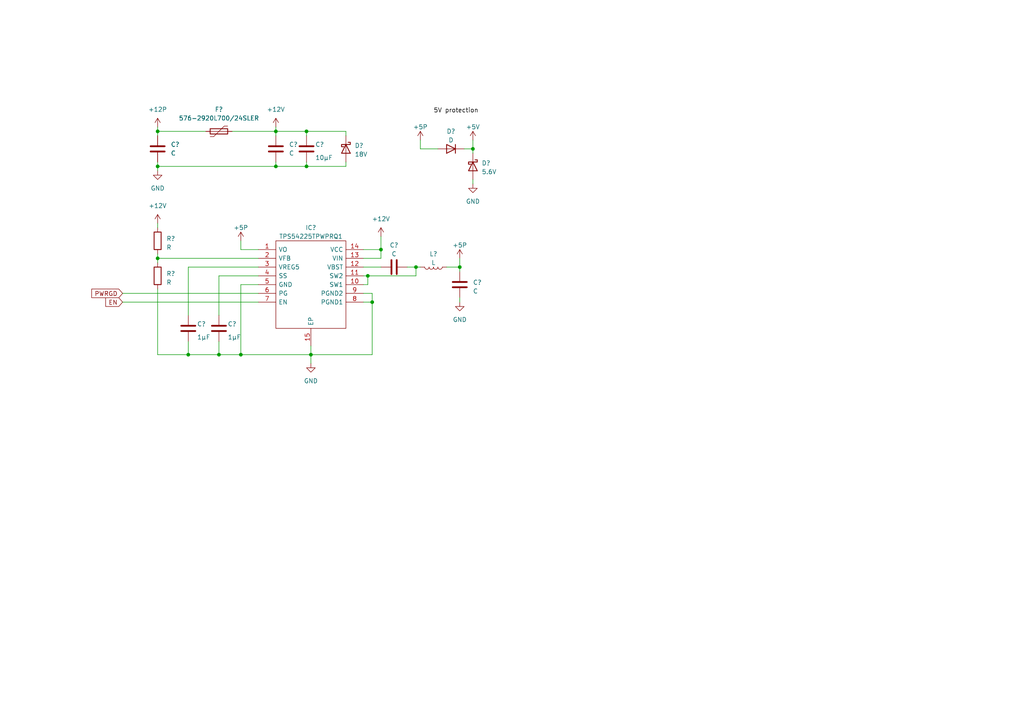
<source format=kicad_sch>
(kicad_sch (version 20220103) (generator eeschema)
  (paper "A4")
  (lib_symbols
    (symbol "Device:C" (pin_numbers hide) (pin_names (offset 0.254))
      (property "Reference" "C" (at 0.635 2.54 0))
      (property "Value" "C" (at 0.635 -2.54 0))
      (symbol "C_0_1"
        (polyline (pts (xy -2.032 -0.762) (xy 2.032 -0.762)) (stroke (width 0.508)))
        (polyline (pts (xy -2.032 0.762) (xy 2.032 0.762)) (stroke (width 0.508)))
      )
      (symbol "C_1_1"
        (pin passive line (at 0 3.81 270) (length 2.794) (name "~") (number "1"))
        (pin passive line (at 0 -3.81 90) (length 2.794) (name "~") (number "2"))
      )
    )
    (symbol "Device:D" (pin_numbers hide) (pin_names (offset 1.016) hide)
      (property "Reference" "D" (at 0 2.54 0))
      (property "Value" "D" (at 0 -2.54 0))
      (symbol "D_0_1"
        (polyline (pts (xy -1.27 1.27) (xy -1.27 -1.27)) (stroke (width 0.254)))
        (polyline (pts (xy 1.27 0) (xy -1.27 0)))
        (polyline (pts (xy 1.27 1.27) (xy 1.27 -1.27) (xy -1.27 0) (xy 1.27 1.27)) (stroke (width 0.254)))
      )
      (symbol "D_1_1"
        (pin passive line (at -3.81 0 0) (length 2.54) (name "K") (number "1"))
        (pin passive line (at 3.81 0 180) (length 2.54) (name "A") (number "2"))
      )
    )
    (symbol "Device:D_Schottky" (pin_numbers hide) (pin_names (offset 1.016) hide)
      (property "Reference" "D" (at 0 2.54 0))
      (property "Value" "D_Schottky" (at 0 -2.54 0))
      (symbol "D_Schottky_0_1"
        (polyline (pts (xy 1.27 0) (xy -1.27 0)))
        (polyline (pts (xy 1.27 1.27) (xy 1.27 -1.27) (xy -1.27 0) (xy 1.27 1.27)) (stroke (width 0.254)))
        (polyline (pts (xy -1.905 0.635) (xy -1.905 1.27) (xy -1.27 1.27) (xy -1.27 -1.27) (xy -0.635 -1.27) (xy -0.635 -0.635)) (stroke (width 0.254)))
      )
      (symbol "D_Schottky_1_1"
        (pin passive line (at -3.81 0 0) (length 2.54) (name "K") (number "1"))
        (pin passive line (at 3.81 0 180) (length 2.54) (name "A") (number "2"))
      )
    )
    (symbol "Device:L" (pin_numbers hide) (pin_names (offset 1.016) hide)
      (property "Reference" "L" (at -1.27 0 90))
      (property "Value" "L" (at 1.905 0 90))
      (symbol "L_0_1"
        (arc (start 0 -2.54) (mid 0.635 -1.905) (end 0 -1.27))
        (arc (start 0 -1.27) (mid 0.635 -0.635) (end 0 0))
        (arc (start 0 0) (mid 0.635 0.635) (end 0 1.27))
        (arc (start 0 1.27) (mid 0.635 1.905) (end 0 2.54))
      )
      (symbol "L_1_1"
        (pin passive line (at 0 3.81 270) (length 1.27) (name "1") (number "1"))
        (pin passive line (at 0 -3.81 90) (length 1.27) (name "2") (number "2"))
      )
    )
    (symbol "Device:Polyfuse" (pin_numbers hide) (pin_names (offset 0))
      (property "Reference" "F" (at -2.54 0 90))
      (property "Value" "Polyfuse" (at 2.54 0 90))
      (symbol "Polyfuse_0_1"
        (rectangle (start -0.762 2.54) (end 0.762 -2.54) (stroke (width 0.254)))
        (polyline (pts (xy 0 2.54) (xy 0 -2.54)))
        (polyline (pts (xy -1.524 2.54) (xy -1.524 1.524) (xy 1.524 -1.524) (xy 1.524 -2.54)))
      )
      (symbol "Polyfuse_1_1"
        (pin passive line (at 0 3.81 270) (length 1.27) (name "~") (number "1"))
        (pin passive line (at 0 -3.81 90) (length 1.27) (name "~") (number "2"))
      )
    )
    (symbol "Device:R" (pin_numbers hide) (pin_names (offset 0))
      (property "Reference" "R" (at 2.032 0 90))
      (property "Value" "R" (at 0 0 90))
      (symbol "R_0_1"
        (rectangle (start -1.016 -2.54) (end 1.016 2.54) (stroke (width 0.254)))
      )
      (symbol "R_1_1"
        (pin passive line (at 0 3.81 270) (length 1.27) (name "~") (number "1"))
        (pin passive line (at 0 -3.81 90) (length 1.27) (name "~") (number "2"))
      )
    )
    (symbol "TPS54225TPWPRQ1:TPS54225TPWPRQ1" (pin_names (offset 0.762))
      (property "Reference" "IC" (at 26.67 7.62 0))
      (property "Value" "TPS54225TPWPRQ1" (at 26.67 5.08 0))
      (symbol "TPS54225TPWPRQ1_0_0"
        (pin passive line (at 0 0 0) (length 5.08) (name "VO") (number "1"))
        (pin passive line (at 30.48 -10.16 180) (length 5.08) (name "SW1") (number "10"))
        (pin passive line (at 30.48 -7.62 180) (length 5.08) (name "SW2") (number "11"))
        (pin passive line (at 30.48 -5.08 180) (length 5.08) (name "VBST") (number "12"))
        (pin passive line (at 30.48 -2.54 180) (length 5.08) (name "VIN") (number "13"))
        (pin passive line (at 30.48 0 180) (length 5.08) (name "VCC") (number "14"))
        (pin passive line (at 15.24 -27.94 90) (length 5.08) (name "EP") (number "15"))
        (pin passive line (at 0 -2.54 0) (length 5.08) (name "VFB") (number "2"))
        (pin passive line (at 0 -5.08 0) (length 5.08) (name "VREG5") (number "3"))
        (pin passive line (at 0 -7.62 0) (length 5.08) (name "SS") (number "4"))
        (pin passive line (at 0 -10.16 0) (length 5.08) (name "GND") (number "5"))
        (pin passive line (at 0 -12.7 0) (length 5.08) (name "PG") (number "6"))
        (pin passive line (at 0 -15.24 0) (length 5.08) (name "EN") (number "7"))
        (pin passive line (at 30.48 -15.24 180) (length 5.08) (name "PGND1") (number "8"))
        (pin passive line (at 30.48 -12.7 180) (length 5.08) (name "PGND2") (number "9"))
      )
      (symbol "TPS54225TPWPRQ1_0_1"
        (polyline (pts (xy 5.08 2.54) (xy 25.4 2.54) (xy 25.4 -22.86) (xy 5.08 -22.86) (xy 5.08 2.54)) (stroke (width 0.1524)))
      )
    )
    (symbol "power:+12P" (power) (pin_names (offset 0))
      (property "Value" "+12P" (at 0 3.556 0))
      (symbol "+12P_0_1"
        (polyline (pts (xy -0.762 1.27) (xy 0 2.54)))
        (polyline (pts (xy 0 0) (xy 0 2.54)))
        (polyline (pts (xy 0 2.54) (xy 0.762 1.27)))
      )
      (symbol "+12P_1_1"
        (pin power_in line (at 0 0 90) (length 0) hide (name "+12P") (number "1"))
      )
    )
    (symbol "power:+12V" (power) (pin_names (offset 0))
      (property "Value" "+12V" (at 0 3.556 0))
      (symbol "+12V_0_1"
        (polyline (pts (xy -0.762 1.27) (xy 0 2.54)))
        (polyline (pts (xy 0 0) (xy 0 2.54)))
        (polyline (pts (xy 0 2.54) (xy 0.762 1.27)))
      )
      (symbol "+12V_1_1"
        (pin power_in line (at 0 0 90) (length 0) hide (name "+12V") (number "1"))
      )
    )
    (symbol "power:+5P" (power) (pin_names (offset 0))
      (property "Value" "+5P" (at 0 3.556 0))
      (symbol "+5P_0_1"
        (polyline (pts (xy -0.762 1.27) (xy 0 2.54)))
        (polyline (pts (xy 0 0) (xy 0 2.54)))
        (polyline (pts (xy 0 2.54) (xy 0.762 1.27)))
      )
      (symbol "+5P_1_1"
        (pin power_in line (at 0 0 90) (length 0) hide (name "+5P") (number "1"))
      )
    )
    (symbol "power:+5V" (power) (pin_names (offset 0))
      (property "Value" "+5V" (at 0 3.556 0))
      (symbol "+5V_0_1"
        (polyline (pts (xy -0.762 1.27) (xy 0 2.54)))
        (polyline (pts (xy 0 0) (xy 0 2.54)))
        (polyline (pts (xy 0 2.54) (xy 0.762 1.27)))
      )
      (symbol "+5V_1_1"
        (pin power_in line (at 0 0 90) (length 0) hide (name "+5V") (number "1"))
      )
    )
    (symbol "power:GND" (power) (pin_names (offset 0))
      (property "Value" "GND" (at 0 -3.81 0))
      (symbol "GND_0_1"
        (polyline (pts (xy 0 0) (xy 0 -1.27) (xy 1.27 -1.27) (xy 0 -2.54) (xy -1.27 -1.27) (xy 0 -1.27)))
      )
      (symbol "GND_1_1"
        (pin power_in line (at 0 0 270) (length 0) hide (name "GND") (number "1"))
      )
    )
  )
  (junction (at 54.61 102.87))
  (junction (at 69.85 102.87))
  (junction (at 110.49 72.39))
  (junction (at 63.5 102.87))
  (junction (at 133.35 77.47))
  (junction (at 88.9 38.1))
  (junction (at 120.65 77.47))
  (junction (at 90.17 102.87))
  (junction (at 137.16 43.18))
  (junction (at 88.9 48.26))
  (junction (at 80.01 38.1))
  (junction (at 80.01 48.26))
  (junction (at 45.72 48.26))
  (junction (at 45.72 74.93))
  (junction (at 106.68 80.01))
  (junction (at 45.72 38.1))
  (junction (at 107.95 87.63))
  (wire (pts (xy 120.65 77.47) (xy 118.11 77.47)))
  (wire (pts (xy 88.9 39.37) (xy 88.9 38.1)))
  (wire (pts (xy 105.41 85.09) (xy 107.95 85.09)))
  (wire (pts (xy 137.16 52.07) (xy 137.16 53.34)))
  (wire (pts (xy 35.56 87.63) (xy 74.93 87.63)))
  (wire (pts (xy 100.33 46.99) (xy 100.33 48.26)))
  (wire (pts (xy 137.16 43.18) (xy 134.62 43.18)))
  (wire (pts (xy 105.41 87.63) (xy 107.95 87.63)))
  (wire (pts (xy 74.93 82.55) (xy 69.85 82.55)))
  (wire (pts (xy 90.17 102.87) (xy 90.17 105.41)))
  (wire (pts (xy 69.85 82.55) (xy 69.85 102.87)))
  (wire (pts (xy 45.72 38.1) (xy 59.69 38.1)))
  (wire (pts (xy 105.41 80.01) (xy 106.68 80.01)))
  (wire (pts (xy 137.16 43.18) (xy 137.16 44.45)))
  (wire (pts (xy 88.9 48.26) (xy 80.01 48.26)))
  (wire (pts (xy 45.72 83.82) (xy 45.72 102.87)))
  (wire (pts (xy 45.72 36.83) (xy 45.72 38.1)))
  (wire (pts (xy 121.92 43.18) (xy 127 43.18)))
  (wire (pts (xy 45.72 73.66) (xy 45.72 74.93)))
  (wire (pts (xy 54.61 99.06) (xy 54.61 102.87)))
  (wire (pts (xy 105.41 77.47) (xy 110.49 77.47)))
  (wire (pts (xy 80.01 36.83) (xy 80.01 38.1)))
  (wire (pts (xy 90.17 102.87) (xy 90.17 100.33)))
  (wire (pts (xy 69.85 102.87) (xy 90.17 102.87)))
  (wire (pts (xy 63.5 102.87) (xy 69.85 102.87)))
  (wire (pts (xy 80.01 38.1) (xy 67.31 38.1)))
  (wire (pts (xy 137.16 40.64) (xy 137.16 43.18)))
  (wire (pts (xy 106.68 80.01) (xy 120.65 80.01)))
  (wire (pts (xy 129.54 77.47) (xy 133.35 77.47)))
  (wire (pts (xy 74.93 77.47) (xy 54.61 77.47)))
  (wire (pts (xy 88.9 46.99) (xy 88.9 48.26)))
  (wire (pts (xy 133.35 77.47) (xy 133.35 74.93)))
  (wire (pts (xy 45.72 102.87) (xy 54.61 102.87)))
  (wire (pts (xy 45.72 74.93) (xy 74.93 74.93)))
  (wire (pts (xy 106.68 82.55) (xy 106.68 80.01)))
  (wire (pts (xy 54.61 102.87) (xy 63.5 102.87)))
  (wire (pts (xy 120.65 80.01) (xy 120.65 77.47)))
  (wire (pts (xy 45.72 64.77) (xy 45.72 66.04)))
  (wire (pts (xy 45.72 48.26) (xy 80.01 48.26)))
  (wire (pts (xy 110.49 74.93) (xy 110.49 72.39)))
  (wire (pts (xy 54.61 77.47) (xy 54.61 91.44)))
  (wire (pts (xy 100.33 48.26) (xy 88.9 48.26)))
  (wire (pts (xy 63.5 99.06) (xy 63.5 102.87)))
  (wire (pts (xy 45.72 48.26) (xy 45.72 49.53)))
  (wire (pts (xy 120.65 77.47) (xy 121.92 77.47)))
  (wire (pts (xy 121.92 40.64) (xy 121.92 43.18)))
  (wire (pts (xy 80.01 38.1) (xy 80.01 39.37)))
  (wire (pts (xy 107.95 87.63) (xy 107.95 102.87)))
  (wire (pts (xy 105.41 82.55) (xy 106.68 82.55)))
  (wire (pts (xy 45.72 46.99) (xy 45.72 48.26)))
  (wire (pts (xy 45.72 74.93) (xy 45.72 76.2)))
  (wire (pts (xy 80.01 38.1) (xy 88.9 38.1)))
  (wire (pts (xy 74.93 80.01) (xy 63.5 80.01)))
  (wire (pts (xy 45.72 38.1) (xy 45.72 39.37)))
  (wire (pts (xy 80.01 46.99) (xy 80.01 48.26)))
  (wire (pts (xy 63.5 80.01) (xy 63.5 91.44)))
  (wire (pts (xy 35.56 85.09) (xy 74.93 85.09)))
  (wire (pts (xy 74.93 72.39) (xy 69.85 72.39)))
  (wire (pts (xy 133.35 86.36) (xy 133.35 87.63)))
  (wire (pts (xy 107.95 102.87) (xy 90.17 102.87)))
  (wire (pts (xy 100.33 38.1) (xy 88.9 38.1)))
  (wire (pts (xy 100.33 39.37) (xy 100.33 38.1)))
  (wire (pts (xy 107.95 85.09) (xy 107.95 87.63)))
  (wire (pts (xy 105.41 74.93) (xy 110.49 74.93)))
  (wire (pts (xy 69.85 72.39) (xy 69.85 69.85)))
  (wire (pts (xy 110.49 72.39) (xy 105.41 72.39)))
  (wire (pts (xy 110.49 68.58) (xy 110.49 72.39)))
  (wire (pts (xy 133.35 77.47) (xy 133.35 78.74)))
  (label "5V protection" (at 125.73 33.02 0))
  (global_label "PWRGD" (shape input) (at 35.56 85.09 180) (property "Références de Feuilles" "${INTERSHEET_REFS}" (at 26.4627 85.09 0) (effects (justify right))))
  (global_label "EN" (shape input) (at 35.56 87.63 180) (property "Références de Feuilles" "${INTERSHEET_REFS}" (at 30.4811 87.63 0) (effects (justify right))))
  (symbol (lib_id "Device:C") (at 88.9 43.18 180) (unit 1)
    (property "Reference" "C?" (at 91.44 41.91 0) (effects (justify right)))
    (property "Value" "10μF" (at 91.44 45.72 0) (effects (justify right)))
    (property "Footprint" "Capacitor_SMD:C_1206_3216Metric" (effects hide))
  )
  (symbol (lib_id "power:GND") (at 90.17 105.41 0) (unit 1)
    (property "Reference" "#PWR?" (effects hide))
    (property "Value" "GND" (at 90.17 110.49 0))
  )
  (symbol (lib_id "Device:L") (at 125.73 77.47 270) (unit 1)
    (property "Reference" "L?" (at 125.73 73.66 90))
    (property "Value" "L" (at 125.73 76.2 90))
  )
  (symbol (lib_id "power:+12V") (at 110.49 68.58 0) (unit 1)
    (property "Reference" "#PWR?" (effects hide))
    (property "Value" "+12V" (at 110.49 63.5 0))
  )
  (symbol (lib_id "power:+5P") (at 121.92 40.64 0) (unit 1)
    (property "Reference" "#PWR?" (effects hide))
    (property "Value" "+5P" (at 121.92 36.83 0))
  )
  (symbol (lib_id "Device:C") (at 80.01 43.18 0) (unit 1)
    (property "Reference" "C?" (at 83.82 41.9099 0) (effects (justify left)))
    (property "Value" "C" (at 83.82 44.4499 0) (effects (justify left)))
    (property "Footprint" "Capacitor_SMD:C_1206_3216Metric" (effects hide))
  )
  (symbol (lib_id "Device:C") (at 114.3 77.47 90) (unit 1)
    (property "Reference" "C?" (at 114.3 71.12 90))
    (property "Value" "C" (at 114.3 73.66 90))
    (property "Footprint" "Capacitor_SMD:C_1206_3216Metric" (effects hide))
  )
  (symbol (lib_id "power:+12V") (at 80.01 36.83 0) (unit 1)
    (property "Reference" "#PWR?" (effects hide))
    (property "Value" "+12V" (at 80.01 31.75 0))
  )
  (symbol (lib_id "Device:C") (at 133.35 82.55 180) (unit 1)
    (property "Reference" "C?" (at 137.16 81.915 0) (effects (justify right)))
    (property "Value" "C" (at 137.16 84.455 0) (effects (justify right)))
    (property "Footprint" "Capacitor_SMD:C_1206_3216Metric" (effects hide))
  )
  (symbol (lib_id "power:+5P") (at 69.85 69.85 0) (unit 1)
    (property "Reference" "#PWR?" (effects hide))
    (property "Value" "+5P" (at 69.85 66.04 0))
  )
  (symbol (lib_id "Device:D_Schottky") (at 100.33 43.18 270) (unit 1)
    (property "Reference" "D?" (at 102.87 42.2275 90) (effects (justify left)))
    (property "Value" "18V" (at 102.87 44.7675 90) (effects (justify left)))
  )
  (symbol (lib_id "Device:D_Schottky") (at 137.16 48.26 270) (unit 1)
    (property "Reference" "D?" (at 139.7 47.3075 90) (effects (justify left)))
    (property "Value" "5.6V" (at 139.7 49.8475 90) (effects (justify left)))
  )
  (symbol (lib_id "Device:C") (at 45.72 43.18 0) (unit 1)
    (property "Reference" "C?" (at 49.53 41.9099 0) (effects (justify left)))
    (property "Value" "C" (at 49.53 44.4499 0) (effects (justify left)))
    (property "Footprint" "Capacitor_SMD:C_1206_3216Metric" (effects hide))
  )
  (symbol (lib_id "power:+12V") (at 45.72 64.77 0) (unit 1)
    (property "Reference" "#PWR?" (effects hide))
    (property "Value" "+12V" (at 45.72 59.69 0))
  )
  (symbol (lib_id "power:+5P") (at 133.35 74.93 0) (unit 1)
    (property "Reference" "#PWR?" (effects hide))
    (property "Value" "+5P" (at 133.35 71.12 0))
  )
  (symbol (lib_id "TPS54225TPWPRQ1:TPS54225TPWPRQ1") (at 74.93 72.39 0) (unit 1)
    (property "Reference" "IC?" (at 90.17 66.04 0))
    (property "Value" "TPS54225TPWPRQ1" (at 90.17 68.58 0))
    (property "Footprint" "SOP65P640X120-15N" (effects hide))
    (property "Datasheet" "http://www.ti.com/lit/gpn/tps54225-q1" (effects hide))
    (property "Description" "Automotive 4.5V to 18V, 2A Synchronous Buck Converter with DCAP2 Mode" (effects hide))
    (property "Height" "1.2" (effects hide))
    (property "Mouser Part Number" "595-TPS54225TPWPRQ1" (effects hide))
    (property "Mouser Price/Stock" "https://www.mouser.co.uk/ProductDetail/Texas-Instruments/TPS54225TPWPRQ1?qs=UlfnwZ2x8nQ9L%2FXwA%2FkwUA%3D%3D" (effects hide))
    (property "Manufacturer_Name" "Texas Instruments" (effects hide))
    (property "Manufacturer_Part_Number" "TPS54225TPWPRQ1" (effects hide))
  )
  (symbol (lib_id "Device:D") (at 130.81 43.18 180) (unit 1)
    (property "Reference" "D?" (at 130.81 38.1 0))
    (property "Value" "D" (at 130.81 40.64 0))
  )
  (symbol (lib_id "power:GND") (at 137.16 53.34 0) (unit 1)
    (property "Reference" "#PWR?" (effects hide))
    (property "Value" "GND" (at 137.16 58.42 0))
  )
  (symbol (lib_id "Device:R") (at 45.72 69.85 0) (unit 1)
    (property "Reference" "R?" (at 48.26 69.215 0) (effects (justify left)))
    (property "Value" "R" (at 48.26 71.755 0) (effects (justify left)))
  )
  (symbol (lib_id "Device:C") (at 54.61 95.25 180) (unit 1)
    (property "Reference" "C?" (at 57.15 93.98 0) (effects (justify right)))
    (property "Value" "1μF" (at 57.15 97.79 0) (effects (justify right)))
    (property "Footprint" "Capacitor_SMD:C_1206_3216Metric" (effects hide))
  )
  (symbol (lib_id "Device:Polyfuse") (at 63.5 38.1 90) (unit 1)
    (property "Reference" "F?" (at 63.5 31.75 90))
    (property "Value" " 576-2920L700/24SLER " (at 63.5 34.29 90))
    (property "Footprint" "Fuse:Fuse_2920_7451Metric" (effects hide))
  )
  (symbol (lib_id "power:GND") (at 45.72 49.53 0) (unit 1)
    (property "Reference" "#PWR?" (effects hide))
    (property "Value" "GND" (at 45.72 54.61 0))
  )
  (symbol (lib_id "power:+5V") (at 137.16 40.64 0) (unit 1)
    (property "Reference" "#PWR?" (effects hide))
    (property "Value" "+5V" (at 137.16 36.83 0))
  )
  (symbol (lib_id "Device:C") (at 63.5 95.25 180) (unit 1)
    (property "Reference" "C?" (at 66.04 93.98 0) (effects (justify right)))
    (property "Value" "1μF" (at 66.04 97.79 0) (effects (justify right)))
    (property "Footprint" "Capacitor_SMD:C_1206_3216Metric" (effects hide))
  )
  (symbol (lib_id "Device:R") (at 45.72 80.01 0) (unit 1)
    (property "Reference" "R?" (at 48.26 79.375 0) (effects (justify left)))
    (property "Value" "R" (at 48.26 81.915 0) (effects (justify left)))
  )
  (symbol (lib_id "power:GND") (at 133.35 87.63 0) (unit 1)
    (property "Reference" "#PWR?" (effects hide))
    (property "Value" "GND" (at 133.35 92.71 0))
  )
  (symbol (lib_id "power:+12P") (at 45.72 36.83 0) (unit 1)
    (property "Reference" "#PWR?" (effects hide))
    (property "Value" "+12P" (at 45.72 31.75 0))
  )
)
</source>
